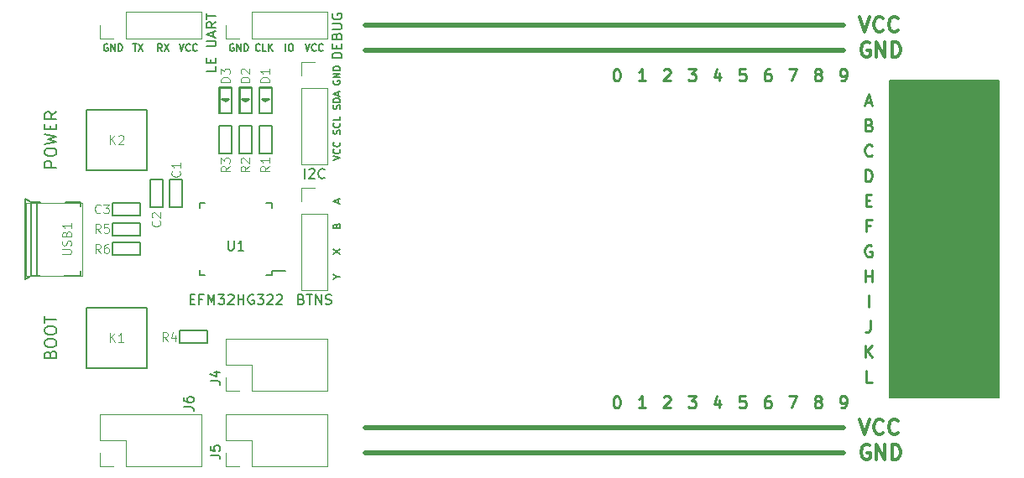
<source format=gto>
G04 #@! TF.GenerationSoftware,KiCad,Pcbnew,(5.0.0-rc2-dev-222-g3b0a758)*
G04 #@! TF.CreationDate,2018-03-21T23:14:10+01:00*
G04 #@! TF.ProjectId,Geckonator Dev Edition,4765636B6F6E61746F72204465762045,rev?*
G04 #@! TF.SameCoordinates,Original*
G04 #@! TF.FileFunction,Legend,Top*
G04 #@! TF.FilePolarity,Positive*
%FSLAX46Y46*%
G04 Gerber Fmt 4.6, Leading zero omitted, Abs format (unit mm)*
G04 Created by KiCad (PCBNEW (5.0.0-rc2-dev-222-g3b0a758)) date Wednesday, 21 March 2018 at 23:14:10*
%MOMM*%
%LPD*%
G01*
G04 APERTURE LIST*
%ADD10C,0.150000*%
%ADD11C,0.500000*%
%ADD12C,0.250000*%
%ADD13C,0.375000*%
%ADD14C,0.127000*%
%ADD15C,0.066040*%
%ADD16C,0.120000*%
%ADD17C,0.101600*%
%ADD18C,0.200000*%
G04 APERTURE END LIST*
D10*
X75033333Y-55012666D02*
X75033333Y-54312666D01*
X75500000Y-54312666D02*
X75633333Y-54312666D01*
X75700000Y-54346000D01*
X75766666Y-54412666D01*
X75800000Y-54546000D01*
X75800000Y-54779333D01*
X75766666Y-54912666D01*
X75700000Y-54979333D01*
X75633333Y-55012666D01*
X75500000Y-55012666D01*
X75433333Y-54979333D01*
X75366666Y-54912666D01*
X75333333Y-54779333D01*
X75333333Y-54546000D01*
X75366666Y-54412666D01*
X75433333Y-54346000D01*
X75500000Y-54312666D01*
X72443333Y-54946000D02*
X72410000Y-54979333D01*
X72310000Y-55012666D01*
X72243333Y-55012666D01*
X72143333Y-54979333D01*
X72076666Y-54912666D01*
X72043333Y-54846000D01*
X72010000Y-54712666D01*
X72010000Y-54612666D01*
X72043333Y-54479333D01*
X72076666Y-54412666D01*
X72143333Y-54346000D01*
X72243333Y-54312666D01*
X72310000Y-54312666D01*
X72410000Y-54346000D01*
X72443333Y-54379333D01*
X73076666Y-55012666D02*
X72743333Y-55012666D01*
X72743333Y-54312666D01*
X73310000Y-55012666D02*
X73310000Y-54312666D01*
X73710000Y-55012666D02*
X73410000Y-54612666D01*
X73710000Y-54312666D02*
X73310000Y-54712666D01*
X59626666Y-54312666D02*
X60026666Y-54312666D01*
X59826666Y-55012666D02*
X59826666Y-54312666D01*
X60193333Y-54312666D02*
X60660000Y-55012666D01*
X60660000Y-54312666D02*
X60193333Y-55012666D01*
X62583333Y-55012666D02*
X62350000Y-54679333D01*
X62183333Y-55012666D02*
X62183333Y-54312666D01*
X62450000Y-54312666D01*
X62516666Y-54346000D01*
X62550000Y-54379333D01*
X62583333Y-54446000D01*
X62583333Y-54546000D01*
X62550000Y-54612666D01*
X62516666Y-54646000D01*
X62450000Y-54679333D01*
X62183333Y-54679333D01*
X62816666Y-54312666D02*
X63283333Y-55012666D01*
X63283333Y-54312666D02*
X62816666Y-55012666D01*
X64306666Y-54312666D02*
X64540000Y-55012666D01*
X64773333Y-54312666D01*
X65406666Y-54946000D02*
X65373333Y-54979333D01*
X65273333Y-55012666D01*
X65206666Y-55012666D01*
X65106666Y-54979333D01*
X65040000Y-54912666D01*
X65006666Y-54846000D01*
X64973333Y-54712666D01*
X64973333Y-54612666D01*
X65006666Y-54479333D01*
X65040000Y-54412666D01*
X65106666Y-54346000D01*
X65206666Y-54312666D01*
X65273333Y-54312666D01*
X65373333Y-54346000D01*
X65406666Y-54379333D01*
X66106666Y-54946000D02*
X66073333Y-54979333D01*
X65973333Y-55012666D01*
X65906666Y-55012666D01*
X65806666Y-54979333D01*
X65740000Y-54912666D01*
X65706666Y-54846000D01*
X65673333Y-54712666D01*
X65673333Y-54612666D01*
X65706666Y-54479333D01*
X65740000Y-54412666D01*
X65806666Y-54346000D01*
X65906666Y-54312666D01*
X65973333Y-54312666D01*
X66073333Y-54346000D01*
X66106666Y-54379333D01*
X57086666Y-54346000D02*
X57020000Y-54312666D01*
X56920000Y-54312666D01*
X56820000Y-54346000D01*
X56753333Y-54412666D01*
X56720000Y-54479333D01*
X56686666Y-54612666D01*
X56686666Y-54712666D01*
X56720000Y-54846000D01*
X56753333Y-54912666D01*
X56820000Y-54979333D01*
X56920000Y-55012666D01*
X56986666Y-55012666D01*
X57086666Y-54979333D01*
X57120000Y-54946000D01*
X57120000Y-54712666D01*
X56986666Y-54712666D01*
X57420000Y-55012666D02*
X57420000Y-54312666D01*
X57820000Y-55012666D01*
X57820000Y-54312666D01*
X58153333Y-55012666D02*
X58153333Y-54312666D01*
X58320000Y-54312666D01*
X58420000Y-54346000D01*
X58486666Y-54412666D01*
X58520000Y-54479333D01*
X58553333Y-54612666D01*
X58553333Y-54712666D01*
X58520000Y-54846000D01*
X58486666Y-54912666D01*
X58420000Y-54979333D01*
X58320000Y-55012666D01*
X58153333Y-55012666D01*
X77006666Y-54312666D02*
X77240000Y-55012666D01*
X77473333Y-54312666D01*
X78106666Y-54946000D02*
X78073333Y-54979333D01*
X77973333Y-55012666D01*
X77906666Y-55012666D01*
X77806666Y-54979333D01*
X77740000Y-54912666D01*
X77706666Y-54846000D01*
X77673333Y-54712666D01*
X77673333Y-54612666D01*
X77706666Y-54479333D01*
X77740000Y-54412666D01*
X77806666Y-54346000D01*
X77906666Y-54312666D01*
X77973333Y-54312666D01*
X78073333Y-54346000D01*
X78106666Y-54379333D01*
X78806666Y-54946000D02*
X78773333Y-54979333D01*
X78673333Y-55012666D01*
X78606666Y-55012666D01*
X78506666Y-54979333D01*
X78440000Y-54912666D01*
X78406666Y-54846000D01*
X78373333Y-54712666D01*
X78373333Y-54612666D01*
X78406666Y-54479333D01*
X78440000Y-54412666D01*
X78506666Y-54346000D01*
X78606666Y-54312666D01*
X78673333Y-54312666D01*
X78773333Y-54346000D01*
X78806666Y-54379333D01*
X69786666Y-54346000D02*
X69720000Y-54312666D01*
X69620000Y-54312666D01*
X69520000Y-54346000D01*
X69453333Y-54412666D01*
X69420000Y-54479333D01*
X69386666Y-54612666D01*
X69386666Y-54712666D01*
X69420000Y-54846000D01*
X69453333Y-54912666D01*
X69520000Y-54979333D01*
X69620000Y-55012666D01*
X69686666Y-55012666D01*
X69786666Y-54979333D01*
X69820000Y-54946000D01*
X69820000Y-54712666D01*
X69686666Y-54712666D01*
X70120000Y-55012666D02*
X70120000Y-54312666D01*
X70520000Y-55012666D01*
X70520000Y-54312666D01*
X70853333Y-55012666D02*
X70853333Y-54312666D01*
X71020000Y-54312666D01*
X71120000Y-54346000D01*
X71186666Y-54412666D01*
X71220000Y-54479333D01*
X71253333Y-54612666D01*
X71253333Y-54712666D01*
X71220000Y-54846000D01*
X71186666Y-54912666D01*
X71120000Y-54979333D01*
X71020000Y-55012666D01*
X70853333Y-55012666D01*
X80209333Y-77810000D02*
X80542666Y-77810000D01*
X79842666Y-78043333D02*
X80209333Y-77810000D01*
X79842666Y-77576666D01*
X79842666Y-75503333D02*
X80542666Y-75036666D01*
X79842666Y-75036666D02*
X80542666Y-75503333D01*
X80176000Y-72680000D02*
X80209333Y-72580000D01*
X80242666Y-72546666D01*
X80309333Y-72513333D01*
X80409333Y-72513333D01*
X80476000Y-72546666D01*
X80509333Y-72580000D01*
X80542666Y-72646666D01*
X80542666Y-72913333D01*
X79842666Y-72913333D01*
X79842666Y-72680000D01*
X79876000Y-72613333D01*
X79909333Y-72580000D01*
X79976000Y-72546666D01*
X80042666Y-72546666D01*
X80109333Y-72580000D01*
X80142666Y-72613333D01*
X80176000Y-72680000D01*
X80176000Y-72913333D01*
X80342666Y-70356666D02*
X80342666Y-70023333D01*
X80542666Y-70423333D02*
X79842666Y-70190000D01*
X80542666Y-69956666D01*
X79842666Y-66043333D02*
X80542666Y-65810000D01*
X79842666Y-65576666D01*
X80476000Y-64943333D02*
X80509333Y-64976666D01*
X80542666Y-65076666D01*
X80542666Y-65143333D01*
X80509333Y-65243333D01*
X80442666Y-65310000D01*
X80376000Y-65343333D01*
X80242666Y-65376666D01*
X80142666Y-65376666D01*
X80009333Y-65343333D01*
X79942666Y-65310000D01*
X79876000Y-65243333D01*
X79842666Y-65143333D01*
X79842666Y-65076666D01*
X79876000Y-64976666D01*
X79909333Y-64943333D01*
X80476000Y-64243333D02*
X80509333Y-64276666D01*
X80542666Y-64376666D01*
X80542666Y-64443333D01*
X80509333Y-64543333D01*
X80442666Y-64610000D01*
X80376000Y-64643333D01*
X80242666Y-64676666D01*
X80142666Y-64676666D01*
X80009333Y-64643333D01*
X79942666Y-64610000D01*
X79876000Y-64543333D01*
X79842666Y-64443333D01*
X79842666Y-64376666D01*
X79876000Y-64276666D01*
X79909333Y-64243333D01*
X80509333Y-63403333D02*
X80542666Y-63303333D01*
X80542666Y-63136666D01*
X80509333Y-63070000D01*
X80476000Y-63036666D01*
X80409333Y-63003333D01*
X80342666Y-63003333D01*
X80276000Y-63036666D01*
X80242666Y-63070000D01*
X80209333Y-63136666D01*
X80176000Y-63270000D01*
X80142666Y-63336666D01*
X80109333Y-63370000D01*
X80042666Y-63403333D01*
X79976000Y-63403333D01*
X79909333Y-63370000D01*
X79876000Y-63336666D01*
X79842666Y-63270000D01*
X79842666Y-63103333D01*
X79876000Y-63003333D01*
X80476000Y-62303333D02*
X80509333Y-62336666D01*
X80542666Y-62436666D01*
X80542666Y-62503333D01*
X80509333Y-62603333D01*
X80442666Y-62670000D01*
X80376000Y-62703333D01*
X80242666Y-62736666D01*
X80142666Y-62736666D01*
X80009333Y-62703333D01*
X79942666Y-62670000D01*
X79876000Y-62603333D01*
X79842666Y-62503333D01*
X79842666Y-62436666D01*
X79876000Y-62336666D01*
X79909333Y-62303333D01*
X80542666Y-61670000D02*
X80542666Y-62003333D01*
X79842666Y-62003333D01*
X80509333Y-60880000D02*
X80542666Y-60780000D01*
X80542666Y-60613333D01*
X80509333Y-60546666D01*
X80476000Y-60513333D01*
X80409333Y-60480000D01*
X80342666Y-60480000D01*
X80276000Y-60513333D01*
X80242666Y-60546666D01*
X80209333Y-60613333D01*
X80176000Y-60746666D01*
X80142666Y-60813333D01*
X80109333Y-60846666D01*
X80042666Y-60880000D01*
X79976000Y-60880000D01*
X79909333Y-60846666D01*
X79876000Y-60813333D01*
X79842666Y-60746666D01*
X79842666Y-60580000D01*
X79876000Y-60480000D01*
X80542666Y-60180000D02*
X79842666Y-60180000D01*
X79842666Y-60013333D01*
X79876000Y-59913333D01*
X79942666Y-59846666D01*
X80009333Y-59813333D01*
X80142666Y-59780000D01*
X80242666Y-59780000D01*
X80376000Y-59813333D01*
X80442666Y-59846666D01*
X80509333Y-59913333D01*
X80542666Y-60013333D01*
X80542666Y-60180000D01*
X80342666Y-59513333D02*
X80342666Y-59180000D01*
X80542666Y-59580000D02*
X79842666Y-59346666D01*
X80542666Y-59113333D01*
X79876000Y-58023333D02*
X79842666Y-58090000D01*
X79842666Y-58190000D01*
X79876000Y-58290000D01*
X79942666Y-58356666D01*
X80009333Y-58390000D01*
X80142666Y-58423333D01*
X80242666Y-58423333D01*
X80376000Y-58390000D01*
X80442666Y-58356666D01*
X80509333Y-58290000D01*
X80542666Y-58190000D01*
X80542666Y-58123333D01*
X80509333Y-58023333D01*
X80476000Y-57990000D01*
X80242666Y-57990000D01*
X80242666Y-58123333D01*
X80542666Y-57690000D02*
X79842666Y-57690000D01*
X80542666Y-57290000D01*
X79842666Y-57290000D01*
X80542666Y-56956666D02*
X79842666Y-56956666D01*
X79842666Y-56790000D01*
X79876000Y-56690000D01*
X79942666Y-56623333D01*
X80009333Y-56590000D01*
X80142666Y-56556666D01*
X80242666Y-56556666D01*
X80376000Y-56590000D01*
X80442666Y-56623333D01*
X80509333Y-56690000D01*
X80542666Y-56790000D01*
X80542666Y-56956666D01*
D11*
X83020000Y-95590000D02*
X131280000Y-95590000D01*
X83020000Y-93050000D02*
X131280000Y-93050000D01*
X83020000Y-54950000D02*
X131280000Y-54950000D01*
X83020000Y-52410000D02*
X131280000Y-52410000D01*
D12*
X108362857Y-56832857D02*
X108477142Y-56832857D01*
X108591428Y-56890000D01*
X108648571Y-56947142D01*
X108705714Y-57061428D01*
X108762857Y-57290000D01*
X108762857Y-57575714D01*
X108705714Y-57804285D01*
X108648571Y-57918571D01*
X108591428Y-57975714D01*
X108477142Y-58032857D01*
X108362857Y-58032857D01*
X108248571Y-57975714D01*
X108191428Y-57918571D01*
X108134285Y-57804285D01*
X108077142Y-57575714D01*
X108077142Y-57290000D01*
X108134285Y-57061428D01*
X108191428Y-56947142D01*
X108248571Y-56890000D01*
X108362857Y-56832857D01*
X111302857Y-58032857D02*
X110617142Y-58032857D01*
X110960000Y-58032857D02*
X110960000Y-56832857D01*
X110845714Y-57004285D01*
X110731428Y-57118571D01*
X110617142Y-57175714D01*
X113157142Y-56947142D02*
X113214285Y-56890000D01*
X113328571Y-56832857D01*
X113614285Y-56832857D01*
X113728571Y-56890000D01*
X113785714Y-56947142D01*
X113842857Y-57061428D01*
X113842857Y-57175714D01*
X113785714Y-57347142D01*
X113100000Y-58032857D01*
X113842857Y-58032857D01*
X115640000Y-56832857D02*
X116382857Y-56832857D01*
X115982857Y-57290000D01*
X116154285Y-57290000D01*
X116268571Y-57347142D01*
X116325714Y-57404285D01*
X116382857Y-57518571D01*
X116382857Y-57804285D01*
X116325714Y-57918571D01*
X116268571Y-57975714D01*
X116154285Y-58032857D01*
X115811428Y-58032857D01*
X115697142Y-57975714D01*
X115640000Y-57918571D01*
X118808571Y-57232857D02*
X118808571Y-58032857D01*
X118522857Y-56775714D02*
X118237142Y-57632857D01*
X118980000Y-57632857D01*
X121405714Y-56832857D02*
X120834285Y-56832857D01*
X120777142Y-57404285D01*
X120834285Y-57347142D01*
X120948571Y-57290000D01*
X121234285Y-57290000D01*
X121348571Y-57347142D01*
X121405714Y-57404285D01*
X121462857Y-57518571D01*
X121462857Y-57804285D01*
X121405714Y-57918571D01*
X121348571Y-57975714D01*
X121234285Y-58032857D01*
X120948571Y-58032857D01*
X120834285Y-57975714D01*
X120777142Y-57918571D01*
X123888571Y-56832857D02*
X123660000Y-56832857D01*
X123545714Y-56890000D01*
X123488571Y-56947142D01*
X123374285Y-57118571D01*
X123317142Y-57347142D01*
X123317142Y-57804285D01*
X123374285Y-57918571D01*
X123431428Y-57975714D01*
X123545714Y-58032857D01*
X123774285Y-58032857D01*
X123888571Y-57975714D01*
X123945714Y-57918571D01*
X124002857Y-57804285D01*
X124002857Y-57518571D01*
X123945714Y-57404285D01*
X123888571Y-57347142D01*
X123774285Y-57290000D01*
X123545714Y-57290000D01*
X123431428Y-57347142D01*
X123374285Y-57404285D01*
X123317142Y-57518571D01*
X125800000Y-56832857D02*
X126600000Y-56832857D01*
X126085714Y-58032857D01*
X128625714Y-57347142D02*
X128511428Y-57290000D01*
X128454285Y-57232857D01*
X128397142Y-57118571D01*
X128397142Y-57061428D01*
X128454285Y-56947142D01*
X128511428Y-56890000D01*
X128625714Y-56832857D01*
X128854285Y-56832857D01*
X128968571Y-56890000D01*
X129025714Y-56947142D01*
X129082857Y-57061428D01*
X129082857Y-57118571D01*
X129025714Y-57232857D01*
X128968571Y-57290000D01*
X128854285Y-57347142D01*
X128625714Y-57347142D01*
X128511428Y-57404285D01*
X128454285Y-57461428D01*
X128397142Y-57575714D01*
X128397142Y-57804285D01*
X128454285Y-57918571D01*
X128511428Y-57975714D01*
X128625714Y-58032857D01*
X128854285Y-58032857D01*
X128968571Y-57975714D01*
X129025714Y-57918571D01*
X129082857Y-57804285D01*
X129082857Y-57575714D01*
X129025714Y-57461428D01*
X128968571Y-57404285D01*
X128854285Y-57347142D01*
X131051428Y-58032857D02*
X131280000Y-58032857D01*
X131394285Y-57975714D01*
X131451428Y-57918571D01*
X131565714Y-57747142D01*
X131622857Y-57518571D01*
X131622857Y-57061428D01*
X131565714Y-56947142D01*
X131508571Y-56890000D01*
X131394285Y-56832857D01*
X131165714Y-56832857D01*
X131051428Y-56890000D01*
X130994285Y-56947142D01*
X130937142Y-57061428D01*
X130937142Y-57347142D01*
X130994285Y-57461428D01*
X131051428Y-57518571D01*
X131165714Y-57575714D01*
X131394285Y-57575714D01*
X131508571Y-57518571D01*
X131565714Y-57461428D01*
X131622857Y-57347142D01*
X131051428Y-91052857D02*
X131280000Y-91052857D01*
X131394285Y-90995714D01*
X131451428Y-90938571D01*
X131565714Y-90767142D01*
X131622857Y-90538571D01*
X131622857Y-90081428D01*
X131565714Y-89967142D01*
X131508571Y-89910000D01*
X131394285Y-89852857D01*
X131165714Y-89852857D01*
X131051428Y-89910000D01*
X130994285Y-89967142D01*
X130937142Y-90081428D01*
X130937142Y-90367142D01*
X130994285Y-90481428D01*
X131051428Y-90538571D01*
X131165714Y-90595714D01*
X131394285Y-90595714D01*
X131508571Y-90538571D01*
X131565714Y-90481428D01*
X131622857Y-90367142D01*
X128625714Y-90367142D02*
X128511428Y-90310000D01*
X128454285Y-90252857D01*
X128397142Y-90138571D01*
X128397142Y-90081428D01*
X128454285Y-89967142D01*
X128511428Y-89910000D01*
X128625714Y-89852857D01*
X128854285Y-89852857D01*
X128968571Y-89910000D01*
X129025714Y-89967142D01*
X129082857Y-90081428D01*
X129082857Y-90138571D01*
X129025714Y-90252857D01*
X128968571Y-90310000D01*
X128854285Y-90367142D01*
X128625714Y-90367142D01*
X128511428Y-90424285D01*
X128454285Y-90481428D01*
X128397142Y-90595714D01*
X128397142Y-90824285D01*
X128454285Y-90938571D01*
X128511428Y-90995714D01*
X128625714Y-91052857D01*
X128854285Y-91052857D01*
X128968571Y-90995714D01*
X129025714Y-90938571D01*
X129082857Y-90824285D01*
X129082857Y-90595714D01*
X129025714Y-90481428D01*
X128968571Y-90424285D01*
X128854285Y-90367142D01*
X125800000Y-89852857D02*
X126600000Y-89852857D01*
X126085714Y-91052857D01*
X123888571Y-89852857D02*
X123660000Y-89852857D01*
X123545714Y-89910000D01*
X123488571Y-89967142D01*
X123374285Y-90138571D01*
X123317142Y-90367142D01*
X123317142Y-90824285D01*
X123374285Y-90938571D01*
X123431428Y-90995714D01*
X123545714Y-91052857D01*
X123774285Y-91052857D01*
X123888571Y-90995714D01*
X123945714Y-90938571D01*
X124002857Y-90824285D01*
X124002857Y-90538571D01*
X123945714Y-90424285D01*
X123888571Y-90367142D01*
X123774285Y-90310000D01*
X123545714Y-90310000D01*
X123431428Y-90367142D01*
X123374285Y-90424285D01*
X123317142Y-90538571D01*
X121405714Y-89852857D02*
X120834285Y-89852857D01*
X120777142Y-90424285D01*
X120834285Y-90367142D01*
X120948571Y-90310000D01*
X121234285Y-90310000D01*
X121348571Y-90367142D01*
X121405714Y-90424285D01*
X121462857Y-90538571D01*
X121462857Y-90824285D01*
X121405714Y-90938571D01*
X121348571Y-90995714D01*
X121234285Y-91052857D01*
X120948571Y-91052857D01*
X120834285Y-90995714D01*
X120777142Y-90938571D01*
X118808571Y-90252857D02*
X118808571Y-91052857D01*
X118522857Y-89795714D02*
X118237142Y-90652857D01*
X118980000Y-90652857D01*
X115640000Y-89852857D02*
X116382857Y-89852857D01*
X115982857Y-90310000D01*
X116154285Y-90310000D01*
X116268571Y-90367142D01*
X116325714Y-90424285D01*
X116382857Y-90538571D01*
X116382857Y-90824285D01*
X116325714Y-90938571D01*
X116268571Y-90995714D01*
X116154285Y-91052857D01*
X115811428Y-91052857D01*
X115697142Y-90995714D01*
X115640000Y-90938571D01*
X113157142Y-89967142D02*
X113214285Y-89910000D01*
X113328571Y-89852857D01*
X113614285Y-89852857D01*
X113728571Y-89910000D01*
X113785714Y-89967142D01*
X113842857Y-90081428D01*
X113842857Y-90195714D01*
X113785714Y-90367142D01*
X113100000Y-91052857D01*
X113842857Y-91052857D01*
X111302857Y-91052857D02*
X110617142Y-91052857D01*
X110960000Y-91052857D02*
X110960000Y-89852857D01*
X110845714Y-90024285D01*
X110731428Y-90138571D01*
X110617142Y-90195714D01*
X108362857Y-89852857D02*
X108477142Y-89852857D01*
X108591428Y-89910000D01*
X108648571Y-89967142D01*
X108705714Y-90081428D01*
X108762857Y-90310000D01*
X108762857Y-90595714D01*
X108705714Y-90824285D01*
X108648571Y-90938571D01*
X108591428Y-90995714D01*
X108477142Y-91052857D01*
X108362857Y-91052857D01*
X108248571Y-90995714D01*
X108191428Y-90938571D01*
X108134285Y-90824285D01*
X108077142Y-90595714D01*
X108077142Y-90310000D01*
X108134285Y-90081428D01*
X108191428Y-89967142D01*
X108248571Y-89910000D01*
X108362857Y-89852857D01*
X134191428Y-88512857D02*
X133620000Y-88512857D01*
X133620000Y-87312857D01*
X133505714Y-85972857D02*
X133505714Y-84772857D01*
X134191428Y-85972857D02*
X133677142Y-85287142D01*
X134191428Y-84772857D02*
X133505714Y-85458571D01*
X133991428Y-82232857D02*
X133991428Y-83090000D01*
X133934285Y-83261428D01*
X133820000Y-83375714D01*
X133648571Y-83432857D01*
X133534285Y-83432857D01*
X133820000Y-80892857D02*
X133820000Y-79692857D01*
X133477142Y-78352857D02*
X133477142Y-77152857D01*
X133477142Y-77724285D02*
X134162857Y-77724285D01*
X134162857Y-78352857D02*
X134162857Y-77152857D01*
X134134285Y-74670000D02*
X134020000Y-74612857D01*
X133848571Y-74612857D01*
X133677142Y-74670000D01*
X133562857Y-74784285D01*
X133505714Y-74898571D01*
X133448571Y-75127142D01*
X133448571Y-75298571D01*
X133505714Y-75527142D01*
X133562857Y-75641428D01*
X133677142Y-75755714D01*
X133848571Y-75812857D01*
X133962857Y-75812857D01*
X134134285Y-75755714D01*
X134191428Y-75698571D01*
X134191428Y-75298571D01*
X133962857Y-75298571D01*
X133991428Y-72644285D02*
X133591428Y-72644285D01*
X133591428Y-73272857D02*
X133591428Y-72072857D01*
X134162857Y-72072857D01*
X133562857Y-70104285D02*
X133962857Y-70104285D01*
X134134285Y-70732857D02*
X133562857Y-70732857D01*
X133562857Y-69532857D01*
X134134285Y-69532857D01*
X133505714Y-68192857D02*
X133505714Y-66992857D01*
X133791428Y-66992857D01*
X133962857Y-67050000D01*
X134077142Y-67164285D01*
X134134285Y-67278571D01*
X134191428Y-67507142D01*
X134191428Y-67678571D01*
X134134285Y-67907142D01*
X134077142Y-68021428D01*
X133962857Y-68135714D01*
X133791428Y-68192857D01*
X133505714Y-68192857D01*
X134191428Y-65538571D02*
X134134285Y-65595714D01*
X133962857Y-65652857D01*
X133848571Y-65652857D01*
X133677142Y-65595714D01*
X133562857Y-65481428D01*
X133505714Y-65367142D01*
X133448571Y-65138571D01*
X133448571Y-64967142D01*
X133505714Y-64738571D01*
X133562857Y-64624285D01*
X133677142Y-64510000D01*
X133848571Y-64452857D01*
X133962857Y-64452857D01*
X134134285Y-64510000D01*
X134191428Y-64567142D01*
X133905714Y-62484285D02*
X134077142Y-62541428D01*
X134134285Y-62598571D01*
X134191428Y-62712857D01*
X134191428Y-62884285D01*
X134134285Y-62998571D01*
X134077142Y-63055714D01*
X133962857Y-63112857D01*
X133505714Y-63112857D01*
X133505714Y-61912857D01*
X133905714Y-61912857D01*
X134020000Y-61970000D01*
X134077142Y-62027142D01*
X134134285Y-62141428D01*
X134134285Y-62255714D01*
X134077142Y-62370000D01*
X134020000Y-62427142D01*
X133905714Y-62484285D01*
X133505714Y-62484285D01*
X133534285Y-60230000D02*
X134105714Y-60230000D01*
X133420000Y-60572857D02*
X133820000Y-59372857D01*
X134220000Y-60572857D01*
D13*
X133936607Y-54200000D02*
X133793750Y-54128571D01*
X133579464Y-54128571D01*
X133365178Y-54200000D01*
X133222321Y-54342857D01*
X133150892Y-54485714D01*
X133079464Y-54771428D01*
X133079464Y-54985714D01*
X133150892Y-55271428D01*
X133222321Y-55414285D01*
X133365178Y-55557142D01*
X133579464Y-55628571D01*
X133722321Y-55628571D01*
X133936607Y-55557142D01*
X134008035Y-55485714D01*
X134008035Y-54985714D01*
X133722321Y-54985714D01*
X134650892Y-55628571D02*
X134650892Y-54128571D01*
X135508035Y-55628571D01*
X135508035Y-54128571D01*
X136222321Y-55628571D02*
X136222321Y-54128571D01*
X136579464Y-54128571D01*
X136793750Y-54200000D01*
X136936607Y-54342857D01*
X137008035Y-54485714D01*
X137079464Y-54771428D01*
X137079464Y-54985714D01*
X137008035Y-55271428D01*
X136936607Y-55414285D01*
X136793750Y-55557142D01*
X136579464Y-55628571D01*
X136222321Y-55628571D01*
X133936607Y-94840000D02*
X133793750Y-94768571D01*
X133579464Y-94768571D01*
X133365178Y-94840000D01*
X133222321Y-94982857D01*
X133150892Y-95125714D01*
X133079464Y-95411428D01*
X133079464Y-95625714D01*
X133150892Y-95911428D01*
X133222321Y-96054285D01*
X133365178Y-96197142D01*
X133579464Y-96268571D01*
X133722321Y-96268571D01*
X133936607Y-96197142D01*
X134008035Y-96125714D01*
X134008035Y-95625714D01*
X133722321Y-95625714D01*
X134650892Y-96268571D02*
X134650892Y-94768571D01*
X135508035Y-96268571D01*
X135508035Y-94768571D01*
X136222321Y-96268571D02*
X136222321Y-94768571D01*
X136579464Y-94768571D01*
X136793750Y-94840000D01*
X136936607Y-94982857D01*
X137008035Y-95125714D01*
X137079464Y-95411428D01*
X137079464Y-95625714D01*
X137008035Y-95911428D01*
X136936607Y-96054285D01*
X136793750Y-96197142D01*
X136579464Y-96268571D01*
X136222321Y-96268571D01*
X132936607Y-92228571D02*
X133436607Y-93728571D01*
X133936607Y-92228571D01*
X135293750Y-93585714D02*
X135222321Y-93657142D01*
X135008035Y-93728571D01*
X134865178Y-93728571D01*
X134650892Y-93657142D01*
X134508035Y-93514285D01*
X134436607Y-93371428D01*
X134365178Y-93085714D01*
X134365178Y-92871428D01*
X134436607Y-92585714D01*
X134508035Y-92442857D01*
X134650892Y-92300000D01*
X134865178Y-92228571D01*
X135008035Y-92228571D01*
X135222321Y-92300000D01*
X135293750Y-92371428D01*
X136793750Y-93585714D02*
X136722321Y-93657142D01*
X136508035Y-93728571D01*
X136365178Y-93728571D01*
X136150892Y-93657142D01*
X136008035Y-93514285D01*
X135936607Y-93371428D01*
X135865178Y-93085714D01*
X135865178Y-92871428D01*
X135936607Y-92585714D01*
X136008035Y-92442857D01*
X136150892Y-92300000D01*
X136365178Y-92228571D01*
X136508035Y-92228571D01*
X136722321Y-92300000D01*
X136793750Y-92371428D01*
X132936607Y-51588571D02*
X133436607Y-53088571D01*
X133936607Y-51588571D01*
X135293750Y-52945714D02*
X135222321Y-53017142D01*
X135008035Y-53088571D01*
X134865178Y-53088571D01*
X134650892Y-53017142D01*
X134508035Y-52874285D01*
X134436607Y-52731428D01*
X134365178Y-52445714D01*
X134365178Y-52231428D01*
X134436607Y-51945714D01*
X134508035Y-51802857D01*
X134650892Y-51660000D01*
X134865178Y-51588571D01*
X135008035Y-51588571D01*
X135222321Y-51660000D01*
X135293750Y-51731428D01*
X136793750Y-52945714D02*
X136722321Y-53017142D01*
X136508035Y-53088571D01*
X136365178Y-53088571D01*
X136150892Y-53017142D01*
X136008035Y-52874285D01*
X135936607Y-52731428D01*
X135865178Y-52445714D01*
X135865178Y-52231428D01*
X135936607Y-51945714D01*
X136008035Y-51802857D01*
X136150892Y-51660000D01*
X136365178Y-51588571D01*
X136508035Y-51588571D01*
X136722321Y-51660000D01*
X136793750Y-51731428D01*
D10*
G36*
X136000000Y-58000000D02*
X147000000Y-58000000D01*
X147000000Y-90000000D01*
X136000000Y-90000000D01*
X136000000Y-58000000D01*
G37*
X136000000Y-58000000D02*
X147000000Y-58000000D01*
X147000000Y-90000000D01*
X136000000Y-90000000D01*
X136000000Y-58000000D01*
D14*
X63365000Y-70797000D02*
X63365000Y-68003000D01*
X63365000Y-68003000D02*
X64635000Y-68003000D01*
X64635000Y-68003000D02*
X64635000Y-70797000D01*
X64635000Y-70797000D02*
X63365000Y-70797000D01*
X62635000Y-70797000D02*
X61365000Y-70797000D01*
X62635000Y-68003000D02*
X62635000Y-70797000D01*
X61365000Y-68003000D02*
X62635000Y-68003000D01*
X61365000Y-70797000D02*
X61365000Y-68003000D01*
X57603000Y-70365000D02*
X60397000Y-70365000D01*
X60397000Y-70365000D02*
X60397000Y-71635000D01*
X60397000Y-71635000D02*
X57603000Y-71635000D01*
X57603000Y-71635000D02*
X57603000Y-70365000D01*
D15*
X72428500Y-58730000D02*
X72428500Y-61270000D01*
X72428500Y-61270000D02*
X73571500Y-61270000D01*
X73571500Y-58730000D02*
X73571500Y-61270000D01*
X72428500Y-58730000D02*
X73571500Y-58730000D01*
D14*
X73635000Y-58666500D02*
X73635000Y-61333500D01*
X73635000Y-61333500D02*
X72365000Y-61333500D01*
X72365000Y-61333500D02*
X72365000Y-58666500D01*
X72365000Y-58666500D02*
X73635000Y-58666500D01*
X73381000Y-59873000D02*
X72619000Y-59873000D01*
X72619000Y-59873000D02*
X72809500Y-60000000D01*
X72809500Y-60000000D02*
X73000000Y-60127000D01*
X73000000Y-60127000D02*
X73190500Y-60000000D01*
X73190500Y-60000000D02*
X73381000Y-59873000D01*
X73254000Y-59936500D02*
X72746000Y-59936500D01*
X73190500Y-60000000D02*
X72809500Y-60000000D01*
X71190500Y-60000000D02*
X70809500Y-60000000D01*
X71254000Y-59936500D02*
X70746000Y-59936500D01*
X71190500Y-60000000D02*
X71381000Y-59873000D01*
X71000000Y-60127000D02*
X71190500Y-60000000D01*
X70809500Y-60000000D02*
X71000000Y-60127000D01*
X70619000Y-59873000D02*
X70809500Y-60000000D01*
X71381000Y-59873000D02*
X70619000Y-59873000D01*
X70365000Y-58666500D02*
X71635000Y-58666500D01*
X70365000Y-61333500D02*
X70365000Y-58666500D01*
X71635000Y-61333500D02*
X70365000Y-61333500D01*
X71635000Y-58666500D02*
X71635000Y-61333500D01*
D15*
X70428500Y-58730000D02*
X71571500Y-58730000D01*
X71571500Y-58730000D02*
X71571500Y-61270000D01*
X70428500Y-61270000D02*
X71571500Y-61270000D01*
X70428500Y-58730000D02*
X70428500Y-61270000D01*
X68428500Y-58730000D02*
X68428500Y-61270000D01*
X68428500Y-61270000D02*
X69571500Y-61270000D01*
X69571500Y-58730000D02*
X69571500Y-61270000D01*
X68428500Y-58730000D02*
X69571500Y-58730000D01*
D14*
X69635000Y-58666500D02*
X69635000Y-61333500D01*
X69635000Y-61333500D02*
X68365000Y-61333500D01*
X68365000Y-61333500D02*
X68365000Y-58666500D01*
X68365000Y-58666500D02*
X69635000Y-58666500D01*
X69381000Y-59873000D02*
X68619000Y-59873000D01*
X68619000Y-59873000D02*
X68809500Y-60000000D01*
X68809500Y-60000000D02*
X69000000Y-60127000D01*
X69000000Y-60127000D02*
X69190500Y-60000000D01*
X69190500Y-60000000D02*
X69381000Y-59873000D01*
X69254000Y-59936500D02*
X68746000Y-59936500D01*
X69190500Y-60000000D02*
X68809500Y-60000000D01*
D16*
X68990000Y-53740000D02*
X68990000Y-52410000D01*
X70320000Y-53740000D02*
X68990000Y-53740000D01*
X71590000Y-53740000D02*
X71590000Y-51080000D01*
X71590000Y-51080000D02*
X79270000Y-51080000D01*
X71590000Y-53740000D02*
X79270000Y-53740000D01*
X79270000Y-53740000D02*
X79270000Y-51080000D01*
X66570000Y-53740000D02*
X66570000Y-51080000D01*
X58890000Y-53740000D02*
X66570000Y-53740000D01*
X58890000Y-51080000D02*
X66570000Y-51080000D01*
X58890000Y-53740000D02*
X58890000Y-51080000D01*
X57620000Y-53740000D02*
X56290000Y-53740000D01*
X56290000Y-53740000D02*
X56290000Y-52410000D01*
X76610000Y-56160000D02*
X77940000Y-56160000D01*
X76610000Y-57490000D02*
X76610000Y-56160000D01*
X76610000Y-58760000D02*
X79270000Y-58760000D01*
X79270000Y-58760000D02*
X79270000Y-66440000D01*
X76610000Y-58760000D02*
X76610000Y-66440000D01*
X76610000Y-66440000D02*
X79270000Y-66440000D01*
X68990000Y-89300000D02*
X68990000Y-87970000D01*
X70320000Y-89300000D02*
X68990000Y-89300000D01*
X68990000Y-86700000D02*
X68990000Y-84100000D01*
X71590000Y-86700000D02*
X68990000Y-86700000D01*
X71590000Y-89300000D02*
X71590000Y-86700000D01*
X68990000Y-84100000D02*
X79270000Y-84100000D01*
X71590000Y-89300000D02*
X79270000Y-89300000D01*
X79270000Y-89300000D02*
X79270000Y-84100000D01*
X79270000Y-96920000D02*
X79270000Y-91720000D01*
X71590000Y-96920000D02*
X79270000Y-96920000D01*
X68990000Y-91720000D02*
X79270000Y-91720000D01*
X71590000Y-96920000D02*
X71590000Y-94320000D01*
X71590000Y-94320000D02*
X68990000Y-94320000D01*
X68990000Y-94320000D02*
X68990000Y-91720000D01*
X70320000Y-96920000D02*
X68990000Y-96920000D01*
X68990000Y-96920000D02*
X68990000Y-95590000D01*
X56290000Y-96920000D02*
X56290000Y-95590000D01*
X57620000Y-96920000D02*
X56290000Y-96920000D01*
X56290000Y-94320000D02*
X56290000Y-91720000D01*
X58890000Y-94320000D02*
X56290000Y-94320000D01*
X58890000Y-96920000D02*
X58890000Y-94320000D01*
X56290000Y-91720000D02*
X66570000Y-91720000D01*
X58890000Y-96920000D02*
X66570000Y-96920000D01*
X66570000Y-96920000D02*
X66570000Y-91720000D01*
D15*
X54952000Y-87048000D02*
X61048000Y-87048000D01*
X61048000Y-87048000D02*
X61048000Y-80952000D01*
X54952000Y-80952000D02*
X61048000Y-80952000D01*
X54952000Y-87048000D02*
X54952000Y-80952000D01*
D14*
X54952000Y-80952000D02*
X61048000Y-80952000D01*
X61048000Y-80952000D02*
X61048000Y-87048000D01*
X61048000Y-87048000D02*
X54952000Y-87048000D01*
X54952000Y-87048000D02*
X54952000Y-80952000D01*
X54952000Y-67048000D02*
X54952000Y-60952000D01*
X61048000Y-67048000D02*
X54952000Y-67048000D01*
X61048000Y-60952000D02*
X61048000Y-67048000D01*
X54952000Y-60952000D02*
X61048000Y-60952000D01*
D15*
X54952000Y-67048000D02*
X54952000Y-60952000D01*
X54952000Y-60952000D02*
X61048000Y-60952000D01*
X61048000Y-67048000D02*
X61048000Y-60952000D01*
X54952000Y-67048000D02*
X61048000Y-67048000D01*
D14*
X72365000Y-65397000D02*
X72365000Y-62603000D01*
X72365000Y-62603000D02*
X73635000Y-62603000D01*
X73635000Y-62603000D02*
X73635000Y-65397000D01*
X73635000Y-65397000D02*
X72365000Y-65397000D01*
X71635000Y-65397000D02*
X70365000Y-65397000D01*
X71635000Y-62603000D02*
X71635000Y-65397000D01*
X70365000Y-62603000D02*
X71635000Y-62603000D01*
X70365000Y-65397000D02*
X70365000Y-62603000D01*
X68365000Y-65397000D02*
X68365000Y-62603000D01*
X68365000Y-62603000D02*
X69635000Y-62603000D01*
X69635000Y-62603000D02*
X69635000Y-65397000D01*
X69635000Y-65397000D02*
X68365000Y-65397000D01*
X67172000Y-83215000D02*
X67172000Y-84485000D01*
X64378000Y-83215000D02*
X67172000Y-83215000D01*
X64378000Y-84485000D02*
X64378000Y-83215000D01*
X67172000Y-84485000D02*
X64378000Y-84485000D01*
X60397000Y-72365000D02*
X60397000Y-73635000D01*
X57603000Y-72365000D02*
X60397000Y-72365000D01*
X57603000Y-73635000D02*
X57603000Y-72365000D01*
X60397000Y-73635000D02*
X57603000Y-73635000D01*
X60397000Y-75635000D02*
X57603000Y-75635000D01*
X57603000Y-75635000D02*
X57603000Y-74365000D01*
X57603000Y-74365000D02*
X60397000Y-74365000D01*
X60397000Y-74365000D02*
X60397000Y-75635000D01*
D10*
X73625000Y-77200000D02*
X75000000Y-77200000D01*
X66375000Y-77625000D02*
X66900000Y-77625000D01*
X66375000Y-70375000D02*
X66900000Y-70375000D01*
X73625000Y-70375000D02*
X73100000Y-70375000D01*
X73625000Y-77625000D02*
X73100000Y-77625000D01*
X73625000Y-70375000D02*
X73625000Y-70900000D01*
X66375000Y-70375000D02*
X66375000Y-70900000D01*
X66375000Y-77625000D02*
X66375000Y-77100000D01*
X73625000Y-77625000D02*
X73625000Y-77200000D01*
D15*
X48833000Y-70317000D02*
X48833000Y-77683000D01*
X48833000Y-77683000D02*
X54548000Y-77683000D01*
X54548000Y-70317000D02*
X54548000Y-77683000D01*
X48833000Y-70317000D02*
X54548000Y-70317000D01*
D14*
X49351160Y-77698240D02*
X48751720Y-78048760D01*
X48751720Y-78048760D02*
X48751720Y-69951240D01*
X48751720Y-69951240D02*
X49351160Y-70301760D01*
X49351160Y-70301760D02*
X49351160Y-77698240D01*
X49976000Y-70317000D02*
X49976000Y-77683000D01*
X54349880Y-70700540D02*
X54349880Y-70301760D01*
X54349880Y-70301760D02*
X52797940Y-70301760D01*
X54349880Y-77197860D02*
X54349880Y-77698240D01*
X54349880Y-77698240D02*
X52698880Y-77698240D01*
X50301120Y-70301760D02*
X49401960Y-70301760D01*
X50301120Y-77698240D02*
X49401960Y-77698240D01*
D16*
X76610000Y-68860000D02*
X77940000Y-68860000D01*
X76610000Y-70190000D02*
X76610000Y-68860000D01*
X76610000Y-71460000D02*
X79270000Y-71460000D01*
X79270000Y-71460000D02*
X79270000Y-79140000D01*
X76610000Y-71460000D02*
X76610000Y-79140000D01*
X76610000Y-79140000D02*
X79270000Y-79140000D01*
D17*
X64317500Y-67148166D02*
X64359833Y-67190500D01*
X64402166Y-67317500D01*
X64402166Y-67402166D01*
X64359833Y-67529166D01*
X64275166Y-67613833D01*
X64190500Y-67656166D01*
X64021166Y-67698500D01*
X63894166Y-67698500D01*
X63724833Y-67656166D01*
X63640166Y-67613833D01*
X63555500Y-67529166D01*
X63513166Y-67402166D01*
X63513166Y-67317500D01*
X63555500Y-67190500D01*
X63597833Y-67148166D01*
X64402166Y-66301500D02*
X64402166Y-66809500D01*
X64402166Y-66555500D02*
X63513166Y-66555500D01*
X63640166Y-66640166D01*
X63724833Y-66724833D01*
X63767166Y-66809500D01*
X62317500Y-72148166D02*
X62359833Y-72190500D01*
X62402166Y-72317500D01*
X62402166Y-72402166D01*
X62359833Y-72529166D01*
X62275166Y-72613833D01*
X62190500Y-72656166D01*
X62021166Y-72698500D01*
X61894166Y-72698500D01*
X61724833Y-72656166D01*
X61640166Y-72613833D01*
X61555500Y-72529166D01*
X61513166Y-72402166D01*
X61513166Y-72317500D01*
X61555500Y-72190500D01*
X61597833Y-72148166D01*
X61597833Y-71809500D02*
X61555500Y-71767166D01*
X61513166Y-71682500D01*
X61513166Y-71470833D01*
X61555500Y-71386166D01*
X61597833Y-71343833D01*
X61682500Y-71301500D01*
X61767166Y-71301500D01*
X61894166Y-71343833D01*
X62402166Y-71851833D01*
X62402166Y-71301500D01*
X56351833Y-71317500D02*
X56309500Y-71359833D01*
X56182500Y-71402166D01*
X56097833Y-71402166D01*
X55970833Y-71359833D01*
X55886166Y-71275166D01*
X55843833Y-71190500D01*
X55801500Y-71021166D01*
X55801500Y-70894166D01*
X55843833Y-70724833D01*
X55886166Y-70640166D01*
X55970833Y-70555500D01*
X56097833Y-70513166D01*
X56182500Y-70513166D01*
X56309500Y-70555500D01*
X56351833Y-70597833D01*
X56648166Y-70513166D02*
X57198500Y-70513166D01*
X56902166Y-70851833D01*
X57029166Y-70851833D01*
X57113833Y-70894166D01*
X57156166Y-70936500D01*
X57198500Y-71021166D01*
X57198500Y-71232833D01*
X57156166Y-71317500D01*
X57113833Y-71359833D01*
X57029166Y-71402166D01*
X56775166Y-71402166D01*
X56690500Y-71359833D01*
X56648166Y-71317500D01*
X73402166Y-58156166D02*
X72513166Y-58156166D01*
X72513166Y-57944500D01*
X72555500Y-57817500D01*
X72640166Y-57732833D01*
X72724833Y-57690500D01*
X72894166Y-57648166D01*
X73021166Y-57648166D01*
X73190500Y-57690500D01*
X73275166Y-57732833D01*
X73359833Y-57817500D01*
X73402166Y-57944500D01*
X73402166Y-58156166D01*
X73402166Y-56801500D02*
X73402166Y-57309500D01*
X73402166Y-57055500D02*
X72513166Y-57055500D01*
X72640166Y-57140166D01*
X72724833Y-57224833D01*
X72767166Y-57309500D01*
X71402166Y-58156166D02*
X70513166Y-58156166D01*
X70513166Y-57944500D01*
X70555500Y-57817500D01*
X70640166Y-57732833D01*
X70724833Y-57690500D01*
X70894166Y-57648166D01*
X71021166Y-57648166D01*
X71190500Y-57690500D01*
X71275166Y-57732833D01*
X71359833Y-57817500D01*
X71402166Y-57944500D01*
X71402166Y-58156166D01*
X70597833Y-57309500D02*
X70555500Y-57267166D01*
X70513166Y-57182500D01*
X70513166Y-56970833D01*
X70555500Y-56886166D01*
X70597833Y-56843833D01*
X70682500Y-56801500D01*
X70767166Y-56801500D01*
X70894166Y-56843833D01*
X71402166Y-57351833D01*
X71402166Y-56801500D01*
X69402166Y-58156166D02*
X68513166Y-58156166D01*
X68513166Y-57944500D01*
X68555500Y-57817500D01*
X68640166Y-57732833D01*
X68724833Y-57690500D01*
X68894166Y-57648166D01*
X69021166Y-57648166D01*
X69190500Y-57690500D01*
X69275166Y-57732833D01*
X69359833Y-57817500D01*
X69402166Y-57944500D01*
X69402166Y-58156166D01*
X68513166Y-57351833D02*
X68513166Y-56801500D01*
X68851833Y-57097833D01*
X68851833Y-56970833D01*
X68894166Y-56886166D01*
X68936500Y-56843833D01*
X69021166Y-56801500D01*
X69232833Y-56801500D01*
X69317500Y-56843833D01*
X69359833Y-56886166D01*
X69402166Y-56970833D01*
X69402166Y-57224833D01*
X69359833Y-57309500D01*
X69317500Y-57351833D01*
D10*
X80722380Y-55738095D02*
X79722380Y-55738095D01*
X79722380Y-55500000D01*
X79770000Y-55357142D01*
X79865238Y-55261904D01*
X79960476Y-55214285D01*
X80150952Y-55166666D01*
X80293809Y-55166666D01*
X80484285Y-55214285D01*
X80579523Y-55261904D01*
X80674761Y-55357142D01*
X80722380Y-55500000D01*
X80722380Y-55738095D01*
X80198571Y-54738095D02*
X80198571Y-54404761D01*
X80722380Y-54261904D02*
X80722380Y-54738095D01*
X79722380Y-54738095D01*
X79722380Y-54261904D01*
X80198571Y-53500000D02*
X80246190Y-53357142D01*
X80293809Y-53309523D01*
X80389047Y-53261904D01*
X80531904Y-53261904D01*
X80627142Y-53309523D01*
X80674761Y-53357142D01*
X80722380Y-53452380D01*
X80722380Y-53833333D01*
X79722380Y-53833333D01*
X79722380Y-53500000D01*
X79770000Y-53404761D01*
X79817619Y-53357142D01*
X79912857Y-53309523D01*
X80008095Y-53309523D01*
X80103333Y-53357142D01*
X80150952Y-53404761D01*
X80198571Y-53500000D01*
X80198571Y-53833333D01*
X79722380Y-52833333D02*
X80531904Y-52833333D01*
X80627142Y-52785714D01*
X80674761Y-52738095D01*
X80722380Y-52642857D01*
X80722380Y-52452380D01*
X80674761Y-52357142D01*
X80627142Y-52309523D01*
X80531904Y-52261904D01*
X79722380Y-52261904D01*
X79770000Y-51261904D02*
X79722380Y-51357142D01*
X79722380Y-51500000D01*
X79770000Y-51642857D01*
X79865238Y-51738095D01*
X79960476Y-51785714D01*
X80150952Y-51833333D01*
X80293809Y-51833333D01*
X80484285Y-51785714D01*
X80579523Y-51738095D01*
X80674761Y-51642857D01*
X80722380Y-51500000D01*
X80722380Y-51404761D01*
X80674761Y-51261904D01*
X80627142Y-51214285D01*
X80293809Y-51214285D01*
X80293809Y-51404761D01*
X68022380Y-56557142D02*
X68022380Y-57033333D01*
X67022380Y-57033333D01*
X67498571Y-56223809D02*
X67498571Y-55890476D01*
X68022380Y-55747619D02*
X68022380Y-56223809D01*
X67022380Y-56223809D01*
X67022380Y-55747619D01*
X67022380Y-54557142D02*
X67831904Y-54557142D01*
X67927142Y-54509523D01*
X67974761Y-54461904D01*
X68022380Y-54366666D01*
X68022380Y-54176190D01*
X67974761Y-54080952D01*
X67927142Y-54033333D01*
X67831904Y-53985714D01*
X67022380Y-53985714D01*
X67736666Y-53557142D02*
X67736666Y-53080952D01*
X68022380Y-53652380D02*
X67022380Y-53319047D01*
X68022380Y-52985714D01*
X68022380Y-52080952D02*
X67546190Y-52414285D01*
X68022380Y-52652380D02*
X67022380Y-52652380D01*
X67022380Y-52271428D01*
X67070000Y-52176190D01*
X67117619Y-52128571D01*
X67212857Y-52080952D01*
X67355714Y-52080952D01*
X67450952Y-52128571D01*
X67498571Y-52176190D01*
X67546190Y-52271428D01*
X67546190Y-52652380D01*
X67022380Y-51795238D02*
X67022380Y-51223809D01*
X68022380Y-51509523D02*
X67022380Y-51509523D01*
X76963809Y-67892380D02*
X76963809Y-66892380D01*
X77392380Y-66987619D02*
X77440000Y-66940000D01*
X77535238Y-66892380D01*
X77773333Y-66892380D01*
X77868571Y-66940000D01*
X77916190Y-66987619D01*
X77963809Y-67082857D01*
X77963809Y-67178095D01*
X77916190Y-67320952D01*
X77344761Y-67892380D01*
X77963809Y-67892380D01*
X78963809Y-67797142D02*
X78916190Y-67844761D01*
X78773333Y-67892380D01*
X78678095Y-67892380D01*
X78535238Y-67844761D01*
X78440000Y-67749523D01*
X78392380Y-67654285D01*
X78344761Y-67463809D01*
X78344761Y-67320952D01*
X78392380Y-67130476D01*
X78440000Y-67035238D01*
X78535238Y-66940000D01*
X78678095Y-66892380D01*
X78773333Y-66892380D01*
X78916190Y-66940000D01*
X78963809Y-66987619D01*
X67442380Y-88333333D02*
X68156666Y-88333333D01*
X68299523Y-88380952D01*
X68394761Y-88476190D01*
X68442380Y-88619047D01*
X68442380Y-88714285D01*
X67775714Y-87428571D02*
X68442380Y-87428571D01*
X67394761Y-87666666D02*
X68109047Y-87904761D01*
X68109047Y-87285714D01*
X67452380Y-95833333D02*
X68166666Y-95833333D01*
X68309523Y-95880952D01*
X68404761Y-95976190D01*
X68452380Y-96119047D01*
X68452380Y-96214285D01*
X67452380Y-94880952D02*
X67452380Y-95357142D01*
X67928571Y-95404761D01*
X67880952Y-95357142D01*
X67833333Y-95261904D01*
X67833333Y-95023809D01*
X67880952Y-94928571D01*
X67928571Y-94880952D01*
X68023809Y-94833333D01*
X68261904Y-94833333D01*
X68357142Y-94880952D01*
X68404761Y-94928571D01*
X68452380Y-95023809D01*
X68452380Y-95261904D01*
X68404761Y-95357142D01*
X68357142Y-95404761D01*
X64752380Y-90933333D02*
X65466666Y-90933333D01*
X65609523Y-90980952D01*
X65704761Y-91076190D01*
X65752380Y-91219047D01*
X65752380Y-91314285D01*
X64752380Y-90028571D02*
X64752380Y-90219047D01*
X64800000Y-90314285D01*
X64847619Y-90361904D01*
X64990476Y-90457142D01*
X65180952Y-90504761D01*
X65561904Y-90504761D01*
X65657142Y-90457142D01*
X65704761Y-90409523D01*
X65752380Y-90314285D01*
X65752380Y-90123809D01*
X65704761Y-90028571D01*
X65657142Y-89980952D01*
X65561904Y-89933333D01*
X65323809Y-89933333D01*
X65228571Y-89980952D01*
X65180952Y-90028571D01*
X65133333Y-90123809D01*
X65133333Y-90314285D01*
X65180952Y-90409523D01*
X65228571Y-90457142D01*
X65323809Y-90504761D01*
D17*
X57343833Y-84402166D02*
X57343833Y-83513166D01*
X57851833Y-84402166D02*
X57470833Y-83894166D01*
X57851833Y-83513166D02*
X57343833Y-84021166D01*
X58698500Y-84402166D02*
X58190500Y-84402166D01*
X58444500Y-84402166D02*
X58444500Y-83513166D01*
X58359833Y-83640166D01*
X58275166Y-83724833D01*
X58190500Y-83767166D01*
D18*
X51314285Y-85628571D02*
X51371428Y-85457142D01*
X51428571Y-85400000D01*
X51542857Y-85342857D01*
X51714285Y-85342857D01*
X51828571Y-85400000D01*
X51885714Y-85457142D01*
X51942857Y-85571428D01*
X51942857Y-86028571D01*
X50742857Y-86028571D01*
X50742857Y-85628571D01*
X50800000Y-85514285D01*
X50857142Y-85457142D01*
X50971428Y-85400000D01*
X51085714Y-85400000D01*
X51200000Y-85457142D01*
X51257142Y-85514285D01*
X51314285Y-85628571D01*
X51314285Y-86028571D01*
X50742857Y-84600000D02*
X50742857Y-84371428D01*
X50800000Y-84257142D01*
X50914285Y-84142857D01*
X51142857Y-84085714D01*
X51542857Y-84085714D01*
X51771428Y-84142857D01*
X51885714Y-84257142D01*
X51942857Y-84371428D01*
X51942857Y-84600000D01*
X51885714Y-84714285D01*
X51771428Y-84828571D01*
X51542857Y-84885714D01*
X51142857Y-84885714D01*
X50914285Y-84828571D01*
X50800000Y-84714285D01*
X50742857Y-84600000D01*
X50742857Y-83342857D02*
X50742857Y-83114285D01*
X50800000Y-83000000D01*
X50914285Y-82885714D01*
X51142857Y-82828571D01*
X51542857Y-82828571D01*
X51771428Y-82885714D01*
X51885714Y-83000000D01*
X51942857Y-83114285D01*
X51942857Y-83342857D01*
X51885714Y-83457142D01*
X51771428Y-83571428D01*
X51542857Y-83628571D01*
X51142857Y-83628571D01*
X50914285Y-83571428D01*
X50800000Y-83457142D01*
X50742857Y-83342857D01*
X50742857Y-82485714D02*
X50742857Y-81800000D01*
X51942857Y-82142857D02*
X50742857Y-82142857D01*
D17*
X57343833Y-64402166D02*
X57343833Y-63513166D01*
X57851833Y-64402166D02*
X57470833Y-63894166D01*
X57851833Y-63513166D02*
X57343833Y-64021166D01*
X58190500Y-63597833D02*
X58232833Y-63555500D01*
X58317500Y-63513166D01*
X58529166Y-63513166D01*
X58613833Y-63555500D01*
X58656166Y-63597833D01*
X58698500Y-63682500D01*
X58698500Y-63767166D01*
X58656166Y-63894166D01*
X58148166Y-64402166D01*
X58698500Y-64402166D01*
D18*
X51942857Y-66771428D02*
X50742857Y-66771428D01*
X50742857Y-66314285D01*
X50800000Y-66200000D01*
X50857142Y-66142857D01*
X50971428Y-66085714D01*
X51142857Y-66085714D01*
X51257142Y-66142857D01*
X51314285Y-66200000D01*
X51371428Y-66314285D01*
X51371428Y-66771428D01*
X50742857Y-65342857D02*
X50742857Y-65114285D01*
X50800000Y-65000000D01*
X50914285Y-64885714D01*
X51142857Y-64828571D01*
X51542857Y-64828571D01*
X51771428Y-64885714D01*
X51885714Y-65000000D01*
X51942857Y-65114285D01*
X51942857Y-65342857D01*
X51885714Y-65457142D01*
X51771428Y-65571428D01*
X51542857Y-65628571D01*
X51142857Y-65628571D01*
X50914285Y-65571428D01*
X50800000Y-65457142D01*
X50742857Y-65342857D01*
X50742857Y-64428571D02*
X51942857Y-64142857D01*
X51085714Y-63914285D01*
X51942857Y-63685714D01*
X50742857Y-63400000D01*
X51314285Y-62942857D02*
X51314285Y-62542857D01*
X51942857Y-62371428D02*
X51942857Y-62942857D01*
X50742857Y-62942857D01*
X50742857Y-62371428D01*
X51942857Y-61171428D02*
X51371428Y-61571428D01*
X51942857Y-61857142D02*
X50742857Y-61857142D01*
X50742857Y-61400000D01*
X50800000Y-61285714D01*
X50857142Y-61228571D01*
X50971428Y-61171428D01*
X51142857Y-61171428D01*
X51257142Y-61228571D01*
X51314285Y-61285714D01*
X51371428Y-61400000D01*
X51371428Y-61857142D01*
D17*
X73402166Y-66648166D02*
X72978833Y-66944500D01*
X73402166Y-67156166D02*
X72513166Y-67156166D01*
X72513166Y-66817500D01*
X72555500Y-66732833D01*
X72597833Y-66690500D01*
X72682500Y-66648166D01*
X72809500Y-66648166D01*
X72894166Y-66690500D01*
X72936500Y-66732833D01*
X72978833Y-66817500D01*
X72978833Y-67156166D01*
X73402166Y-65801500D02*
X73402166Y-66309500D01*
X73402166Y-66055500D02*
X72513166Y-66055500D01*
X72640166Y-66140166D01*
X72724833Y-66224833D01*
X72767166Y-66309500D01*
X71402166Y-66648166D02*
X70978833Y-66944500D01*
X71402166Y-67156166D02*
X70513166Y-67156166D01*
X70513166Y-66817500D01*
X70555500Y-66732833D01*
X70597833Y-66690500D01*
X70682500Y-66648166D01*
X70809500Y-66648166D01*
X70894166Y-66690500D01*
X70936500Y-66732833D01*
X70978833Y-66817500D01*
X70978833Y-67156166D01*
X70597833Y-66309500D02*
X70555500Y-66267166D01*
X70513166Y-66182500D01*
X70513166Y-65970833D01*
X70555500Y-65886166D01*
X70597833Y-65843833D01*
X70682500Y-65801500D01*
X70767166Y-65801500D01*
X70894166Y-65843833D01*
X71402166Y-66351833D01*
X71402166Y-65801500D01*
X69402166Y-66648166D02*
X68978833Y-66944500D01*
X69402166Y-67156166D02*
X68513166Y-67156166D01*
X68513166Y-66817500D01*
X68555500Y-66732833D01*
X68597833Y-66690500D01*
X68682500Y-66648166D01*
X68809500Y-66648166D01*
X68894166Y-66690500D01*
X68936500Y-66732833D01*
X68978833Y-66817500D01*
X68978833Y-67156166D01*
X68513166Y-66351833D02*
X68513166Y-65801500D01*
X68851833Y-66097833D01*
X68851833Y-65970833D01*
X68894166Y-65886166D01*
X68936500Y-65843833D01*
X69021166Y-65801500D01*
X69232833Y-65801500D01*
X69317500Y-65843833D01*
X69359833Y-65886166D01*
X69402166Y-65970833D01*
X69402166Y-66224833D01*
X69359833Y-66309500D01*
X69317500Y-66351833D01*
X63151833Y-84302166D02*
X62855500Y-83878833D01*
X62643833Y-84302166D02*
X62643833Y-83413166D01*
X62982500Y-83413166D01*
X63067166Y-83455500D01*
X63109500Y-83497833D01*
X63151833Y-83582500D01*
X63151833Y-83709500D01*
X63109500Y-83794166D01*
X63067166Y-83836500D01*
X62982500Y-83878833D01*
X62643833Y-83878833D01*
X63913833Y-83709500D02*
X63913833Y-84302166D01*
X63702166Y-83370833D02*
X63490500Y-84005833D01*
X64040833Y-84005833D01*
X56351833Y-73402166D02*
X56055500Y-72978833D01*
X55843833Y-73402166D02*
X55843833Y-72513166D01*
X56182500Y-72513166D01*
X56267166Y-72555500D01*
X56309500Y-72597833D01*
X56351833Y-72682500D01*
X56351833Y-72809500D01*
X56309500Y-72894166D01*
X56267166Y-72936500D01*
X56182500Y-72978833D01*
X55843833Y-72978833D01*
X57156166Y-72513166D02*
X56732833Y-72513166D01*
X56690500Y-72936500D01*
X56732833Y-72894166D01*
X56817500Y-72851833D01*
X57029166Y-72851833D01*
X57113833Y-72894166D01*
X57156166Y-72936500D01*
X57198500Y-73021166D01*
X57198500Y-73232833D01*
X57156166Y-73317500D01*
X57113833Y-73359833D01*
X57029166Y-73402166D01*
X56817500Y-73402166D01*
X56732833Y-73359833D01*
X56690500Y-73317500D01*
X56351833Y-75402166D02*
X56055500Y-74978833D01*
X55843833Y-75402166D02*
X55843833Y-74513166D01*
X56182500Y-74513166D01*
X56267166Y-74555500D01*
X56309500Y-74597833D01*
X56351833Y-74682500D01*
X56351833Y-74809500D01*
X56309500Y-74894166D01*
X56267166Y-74936500D01*
X56182500Y-74978833D01*
X55843833Y-74978833D01*
X57113833Y-74513166D02*
X56944500Y-74513166D01*
X56859833Y-74555500D01*
X56817500Y-74597833D01*
X56732833Y-74724833D01*
X56690500Y-74894166D01*
X56690500Y-75232833D01*
X56732833Y-75317500D01*
X56775166Y-75359833D01*
X56859833Y-75402166D01*
X57029166Y-75402166D01*
X57113833Y-75359833D01*
X57156166Y-75317500D01*
X57198500Y-75232833D01*
X57198500Y-75021166D01*
X57156166Y-74936500D01*
X57113833Y-74894166D01*
X57029166Y-74851833D01*
X56859833Y-74851833D01*
X56775166Y-74894166D01*
X56732833Y-74936500D01*
X56690500Y-75021166D01*
D10*
X69238095Y-74152380D02*
X69238095Y-74961904D01*
X69285714Y-75057142D01*
X69333333Y-75104761D01*
X69428571Y-75152380D01*
X69619047Y-75152380D01*
X69714285Y-75104761D01*
X69761904Y-75057142D01*
X69809523Y-74961904D01*
X69809523Y-74152380D01*
X70809523Y-75152380D02*
X70238095Y-75152380D01*
X70523809Y-75152380D02*
X70523809Y-74152380D01*
X70428571Y-74295238D01*
X70333333Y-74390476D01*
X70238095Y-74438095D01*
X65430952Y-80078571D02*
X65764285Y-80078571D01*
X65907142Y-80602380D02*
X65430952Y-80602380D01*
X65430952Y-79602380D01*
X65907142Y-79602380D01*
X66669047Y-80078571D02*
X66335714Y-80078571D01*
X66335714Y-80602380D02*
X66335714Y-79602380D01*
X66811904Y-79602380D01*
X67192857Y-80602380D02*
X67192857Y-79602380D01*
X67526190Y-80316666D01*
X67859523Y-79602380D01*
X67859523Y-80602380D01*
X68240476Y-79602380D02*
X68859523Y-79602380D01*
X68526190Y-79983333D01*
X68669047Y-79983333D01*
X68764285Y-80030952D01*
X68811904Y-80078571D01*
X68859523Y-80173809D01*
X68859523Y-80411904D01*
X68811904Y-80507142D01*
X68764285Y-80554761D01*
X68669047Y-80602380D01*
X68383333Y-80602380D01*
X68288095Y-80554761D01*
X68240476Y-80507142D01*
X69240476Y-79697619D02*
X69288095Y-79650000D01*
X69383333Y-79602380D01*
X69621428Y-79602380D01*
X69716666Y-79650000D01*
X69764285Y-79697619D01*
X69811904Y-79792857D01*
X69811904Y-79888095D01*
X69764285Y-80030952D01*
X69192857Y-80602380D01*
X69811904Y-80602380D01*
X70240476Y-80602380D02*
X70240476Y-79602380D01*
X70240476Y-80078571D02*
X70811904Y-80078571D01*
X70811904Y-80602380D02*
X70811904Y-79602380D01*
X71811904Y-79650000D02*
X71716666Y-79602380D01*
X71573809Y-79602380D01*
X71430952Y-79650000D01*
X71335714Y-79745238D01*
X71288095Y-79840476D01*
X71240476Y-80030952D01*
X71240476Y-80173809D01*
X71288095Y-80364285D01*
X71335714Y-80459523D01*
X71430952Y-80554761D01*
X71573809Y-80602380D01*
X71669047Y-80602380D01*
X71811904Y-80554761D01*
X71859523Y-80507142D01*
X71859523Y-80173809D01*
X71669047Y-80173809D01*
X72192857Y-79602380D02*
X72811904Y-79602380D01*
X72478571Y-79983333D01*
X72621428Y-79983333D01*
X72716666Y-80030952D01*
X72764285Y-80078571D01*
X72811904Y-80173809D01*
X72811904Y-80411904D01*
X72764285Y-80507142D01*
X72716666Y-80554761D01*
X72621428Y-80602380D01*
X72335714Y-80602380D01*
X72240476Y-80554761D01*
X72192857Y-80507142D01*
X73192857Y-79697619D02*
X73240476Y-79650000D01*
X73335714Y-79602380D01*
X73573809Y-79602380D01*
X73669047Y-79650000D01*
X73716666Y-79697619D01*
X73764285Y-79792857D01*
X73764285Y-79888095D01*
X73716666Y-80030952D01*
X73145238Y-80602380D01*
X73764285Y-80602380D01*
X74145238Y-79697619D02*
X74192857Y-79650000D01*
X74288095Y-79602380D01*
X74526190Y-79602380D01*
X74621428Y-79650000D01*
X74669047Y-79697619D01*
X74716666Y-79792857D01*
X74716666Y-79888095D01*
X74669047Y-80030952D01*
X74097619Y-80602380D01*
X74716666Y-80602380D01*
D17*
X52513166Y-75545166D02*
X53232833Y-75545166D01*
X53317500Y-75502833D01*
X53359833Y-75460500D01*
X53402166Y-75375833D01*
X53402166Y-75206500D01*
X53359833Y-75121833D01*
X53317500Y-75079500D01*
X53232833Y-75037166D01*
X52513166Y-75037166D01*
X53359833Y-74656166D02*
X53402166Y-74529166D01*
X53402166Y-74317500D01*
X53359833Y-74232833D01*
X53317500Y-74190500D01*
X53232833Y-74148166D01*
X53148166Y-74148166D01*
X53063500Y-74190500D01*
X53021166Y-74232833D01*
X52978833Y-74317500D01*
X52936500Y-74486833D01*
X52894166Y-74571500D01*
X52851833Y-74613833D01*
X52767166Y-74656166D01*
X52682500Y-74656166D01*
X52597833Y-74613833D01*
X52555500Y-74571500D01*
X52513166Y-74486833D01*
X52513166Y-74275166D01*
X52555500Y-74148166D01*
X52936500Y-73470833D02*
X52978833Y-73343833D01*
X53021166Y-73301500D01*
X53105833Y-73259166D01*
X53232833Y-73259166D01*
X53317500Y-73301500D01*
X53359833Y-73343833D01*
X53402166Y-73428500D01*
X53402166Y-73767166D01*
X52513166Y-73767166D01*
X52513166Y-73470833D01*
X52555500Y-73386166D01*
X52597833Y-73343833D01*
X52682500Y-73301500D01*
X52767166Y-73301500D01*
X52851833Y-73343833D01*
X52894166Y-73386166D01*
X52936500Y-73470833D01*
X52936500Y-73767166D01*
X53402166Y-72412500D02*
X53402166Y-72920500D01*
X53402166Y-72666500D02*
X52513166Y-72666500D01*
X52640166Y-72751166D01*
X52724833Y-72835833D01*
X52767166Y-72920500D01*
D10*
X76630476Y-80068571D02*
X76773333Y-80116190D01*
X76820952Y-80163809D01*
X76868571Y-80259047D01*
X76868571Y-80401904D01*
X76820952Y-80497142D01*
X76773333Y-80544761D01*
X76678095Y-80592380D01*
X76297142Y-80592380D01*
X76297142Y-79592380D01*
X76630476Y-79592380D01*
X76725714Y-79640000D01*
X76773333Y-79687619D01*
X76820952Y-79782857D01*
X76820952Y-79878095D01*
X76773333Y-79973333D01*
X76725714Y-80020952D01*
X76630476Y-80068571D01*
X76297142Y-80068571D01*
X77154285Y-79592380D02*
X77725714Y-79592380D01*
X77440000Y-80592380D02*
X77440000Y-79592380D01*
X78059047Y-80592380D02*
X78059047Y-79592380D01*
X78630476Y-80592380D01*
X78630476Y-79592380D01*
X79059047Y-80544761D02*
X79201904Y-80592380D01*
X79440000Y-80592380D01*
X79535238Y-80544761D01*
X79582857Y-80497142D01*
X79630476Y-80401904D01*
X79630476Y-80306666D01*
X79582857Y-80211428D01*
X79535238Y-80163809D01*
X79440000Y-80116190D01*
X79249523Y-80068571D01*
X79154285Y-80020952D01*
X79106666Y-79973333D01*
X79059047Y-79878095D01*
X79059047Y-79782857D01*
X79106666Y-79687619D01*
X79154285Y-79640000D01*
X79249523Y-79592380D01*
X79487619Y-79592380D01*
X79630476Y-79640000D01*
M02*

</source>
